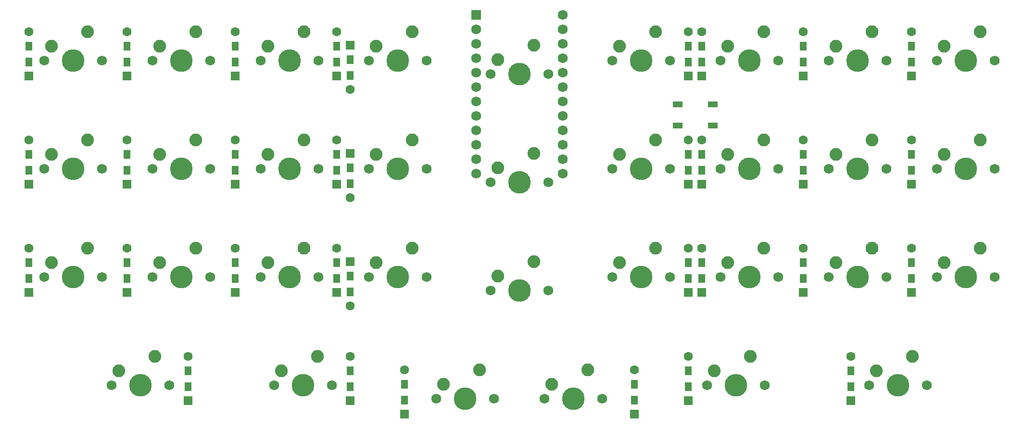
<source format=gbr>
%TF.GenerationSoftware,KiCad,Pcbnew,(5.1.9)-1*%
%TF.CreationDate,2021-08-24T15:28:57-07:00*%
%TF.ProjectId,DropDN - redesign2,44726f70-444e-4202-9d20-726564657369,rev?*%
%TF.SameCoordinates,Original*%
%TF.FileFunction,Soldermask,Bot*%
%TF.FilePolarity,Negative*%
%FSLAX46Y46*%
G04 Gerber Fmt 4.6, Leading zero omitted, Abs format (unit mm)*
G04 Created by KiCad (PCBNEW (5.1.9)-1) date 2021-08-24 15:28:57*
%MOMM*%
%LPD*%
G01*
G04 APERTURE LIST*
%ADD10C,1.752600*%
%ADD11R,1.752600X1.752600*%
%ADD12R,1.800000X1.100000*%
%ADD13C,2.250000*%
%ADD14C,3.987800*%
%ADD15C,1.750000*%
%ADD16R,1.600000X1.600000*%
%ADD17C,1.600000*%
%ADD18R,1.200000X1.600000*%
G04 APERTURE END LIST*
D10*
%TO.C,PM1*%
X119538750Y-24130000D03*
X104298750Y-52070000D03*
X119538750Y-26670000D03*
X119538750Y-29210000D03*
X119538750Y-31750000D03*
X119538750Y-34290000D03*
X119538750Y-36830000D03*
X119538750Y-39370000D03*
X119538750Y-41910000D03*
X119538750Y-44450000D03*
X119538750Y-46990000D03*
X119538750Y-49530000D03*
X119538750Y-52070000D03*
X104298750Y-49530000D03*
X104298750Y-46990000D03*
X104298750Y-44450000D03*
X104298750Y-41910000D03*
X104298750Y-39370000D03*
X104298750Y-36830000D03*
X104298750Y-34290000D03*
X104298750Y-31750000D03*
X104298750Y-29210000D03*
X104298750Y-26670000D03*
D11*
X104298750Y-24130000D03*
%TD*%
D12*
%TO.C,RESET1*%
X145975000Y-43521875D03*
X139775000Y-39821875D03*
X145975000Y-39821875D03*
X139775000Y-43521875D03*
%TD*%
D13*
%TO.C,MX33*%
X181133900Y-84216950D03*
D14*
X178593900Y-89296950D03*
D13*
X174783900Y-86756950D03*
D15*
X173513900Y-89296950D03*
X183673900Y-89296950D03*
%TD*%
D13*
%TO.C,MX32*%
X152558876Y-84216950D03*
D14*
X150018876Y-89296950D03*
D13*
X146208876Y-86756950D03*
D15*
X144938876Y-89296950D03*
X155098876Y-89296950D03*
%TD*%
D13*
%TO.C,MX31*%
X123983854Y-86598200D03*
D14*
X121443854Y-91678200D03*
D13*
X117633854Y-89138200D03*
D15*
X116363854Y-91678200D03*
X126523854Y-91678200D03*
%TD*%
D13*
%TO.C,MX30*%
X104933838Y-86598200D03*
D14*
X102393838Y-91678200D03*
D13*
X98583838Y-89138200D03*
D15*
X97313838Y-91678200D03*
X107473838Y-91678200D03*
%TD*%
D13*
%TO.C,MX29*%
X76358816Y-84216950D03*
D14*
X73818816Y-89296950D03*
D13*
X70008816Y-86756950D03*
D15*
X68738816Y-89296950D03*
X78898816Y-89296950D03*
%TD*%
D13*
%TO.C,MX28*%
X47783792Y-84216950D03*
D14*
X45243792Y-89296950D03*
D13*
X41433792Y-86756950D03*
D15*
X40163792Y-89296950D03*
X50323792Y-89296950D03*
%TD*%
D13*
%TO.C,MX27*%
X193040160Y-65166934D03*
D14*
X190500160Y-70246934D03*
D13*
X186690160Y-67706934D03*
D15*
X185420160Y-70246934D03*
X195580160Y-70246934D03*
%TD*%
D13*
%TO.C,MX26*%
X173990144Y-65166934D03*
D14*
X171450144Y-70246934D03*
D13*
X167640144Y-67706934D03*
D15*
X166370144Y-70246934D03*
X176530144Y-70246934D03*
%TD*%
D13*
%TO.C,MX25*%
X154940128Y-65166934D03*
D14*
X152400128Y-70246934D03*
D13*
X148590128Y-67706934D03*
D15*
X147320128Y-70246934D03*
X157480128Y-70246934D03*
%TD*%
D13*
%TO.C,MX24*%
X135890112Y-65166934D03*
D14*
X133350112Y-70246934D03*
D13*
X129540112Y-67706934D03*
D15*
X128270112Y-70246934D03*
X138430112Y-70246934D03*
%TD*%
D13*
%TO.C,MX23*%
X114458846Y-67548184D03*
D14*
X111918846Y-72628184D03*
D13*
X108108846Y-70088184D03*
D15*
X106838846Y-72628184D03*
X116998846Y-72628184D03*
%TD*%
D13*
%TO.C,MX22*%
X93027580Y-65166934D03*
D14*
X90487580Y-70246934D03*
D13*
X86677580Y-67706934D03*
D15*
X85407580Y-70246934D03*
X95567580Y-70246934D03*
%TD*%
D13*
%TO.C,MX21*%
X73977564Y-65166934D03*
D14*
X71437564Y-70246934D03*
D13*
X67627564Y-67706934D03*
D15*
X66357564Y-70246934D03*
X76517564Y-70246934D03*
%TD*%
D13*
%TO.C,MX20*%
X54927548Y-65166934D03*
D14*
X52387548Y-70246934D03*
D13*
X48577548Y-67706934D03*
D15*
X47307548Y-70246934D03*
X57467548Y-70246934D03*
%TD*%
D13*
%TO.C,MX19*%
X35877532Y-65166934D03*
D14*
X33337532Y-70246934D03*
D13*
X29527532Y-67706934D03*
D15*
X28257532Y-70246934D03*
X38417532Y-70246934D03*
%TD*%
D13*
%TO.C,MX18*%
X193040160Y-46116918D03*
D14*
X190500160Y-51196918D03*
D13*
X186690160Y-48656918D03*
D15*
X185420160Y-51196918D03*
X195580160Y-51196918D03*
%TD*%
D13*
%TO.C,MX17*%
X173990144Y-46116918D03*
D14*
X171450144Y-51196918D03*
D13*
X167640144Y-48656918D03*
D15*
X166370144Y-51196918D03*
X176530144Y-51196918D03*
%TD*%
D13*
%TO.C,MX16*%
X154940128Y-46116918D03*
D14*
X152400128Y-51196918D03*
D13*
X148590128Y-48656918D03*
D15*
X147320128Y-51196918D03*
X157480128Y-51196918D03*
%TD*%
D13*
%TO.C,MX15*%
X135890112Y-46116918D03*
D14*
X133350112Y-51196918D03*
D13*
X129540112Y-48656918D03*
D15*
X128270112Y-51196918D03*
X138430112Y-51196918D03*
%TD*%
D13*
%TO.C,MX14*%
X114458846Y-48498168D03*
D14*
X111918846Y-53578168D03*
D13*
X108108846Y-51038168D03*
D15*
X106838846Y-53578168D03*
X116998846Y-53578168D03*
%TD*%
D13*
%TO.C,MX13*%
X93027580Y-46116918D03*
D14*
X90487580Y-51196918D03*
D13*
X86677580Y-48656918D03*
D15*
X85407580Y-51196918D03*
X95567580Y-51196918D03*
%TD*%
D13*
%TO.C,MX12*%
X73977564Y-46116918D03*
D14*
X71437564Y-51196918D03*
D13*
X67627564Y-48656918D03*
D15*
X66357564Y-51196918D03*
X76517564Y-51196918D03*
%TD*%
D13*
%TO.C,MX11*%
X54927548Y-46116918D03*
D14*
X52387548Y-51196918D03*
D13*
X48577548Y-48656918D03*
D15*
X47307548Y-51196918D03*
X57467548Y-51196918D03*
%TD*%
D13*
%TO.C,MX10*%
X35877532Y-46116918D03*
D14*
X33337532Y-51196918D03*
D13*
X29527532Y-48656918D03*
D15*
X28257532Y-51196918D03*
X38417532Y-51196918D03*
%TD*%
D13*
%TO.C,MX9*%
X193040160Y-27066902D03*
D14*
X190500160Y-32146902D03*
D13*
X186690160Y-29606902D03*
D15*
X185420160Y-32146902D03*
X195580160Y-32146902D03*
%TD*%
D13*
%TO.C,MX8*%
X173990144Y-27066902D03*
D14*
X171450144Y-32146902D03*
D13*
X167640144Y-29606902D03*
D15*
X166370144Y-32146902D03*
X176530144Y-32146902D03*
%TD*%
D13*
%TO.C,MX7*%
X154940128Y-27066902D03*
D14*
X152400128Y-32146902D03*
D13*
X148590128Y-29606902D03*
D15*
X147320128Y-32146902D03*
X157480128Y-32146902D03*
%TD*%
D13*
%TO.C,MX6*%
X135890112Y-27066902D03*
D14*
X133350112Y-32146902D03*
D13*
X129540112Y-29606902D03*
D15*
X128270112Y-32146902D03*
X138430112Y-32146902D03*
%TD*%
D13*
%TO.C,MX5*%
X114458846Y-29448152D03*
D14*
X111918846Y-34528152D03*
D13*
X108108846Y-31988152D03*
D15*
X106838846Y-34528152D03*
X116998846Y-34528152D03*
%TD*%
D13*
%TO.C,MX4*%
X93027580Y-27066902D03*
D14*
X90487580Y-32146902D03*
D13*
X86677580Y-29606902D03*
D15*
X85407580Y-32146902D03*
X95567580Y-32146902D03*
%TD*%
D13*
%TO.C,MX3*%
X73977564Y-27066902D03*
D14*
X71437564Y-32146902D03*
D13*
X67627564Y-29606902D03*
D15*
X66357564Y-32146902D03*
X76517564Y-32146902D03*
%TD*%
D13*
%TO.C,MX2*%
X54927548Y-27066902D03*
D14*
X52387548Y-32146902D03*
D13*
X48577548Y-29606902D03*
D15*
X47307548Y-32146902D03*
X57467548Y-32146902D03*
%TD*%
D13*
%TO.C,MX1*%
X35877532Y-27066902D03*
D14*
X33337532Y-32146902D03*
D13*
X29527532Y-29606902D03*
D15*
X28257532Y-32146902D03*
X38417532Y-32146902D03*
%TD*%
D16*
%TO.C,D33*%
X170259518Y-92006324D03*
D17*
X170259518Y-84206324D03*
D18*
X170259518Y-89506324D03*
X170259518Y-86706324D03*
%TD*%
D16*
%TO.C,D32*%
X141684494Y-92006324D03*
D17*
X141684494Y-84206324D03*
D18*
X141684494Y-89506324D03*
X141684494Y-86706324D03*
%TD*%
D16*
%TO.C,D31*%
X132159375Y-94387500D03*
D17*
X132159375Y-86587500D03*
D18*
X132159375Y-91887500D03*
X132159375Y-89087500D03*
%TD*%
D16*
%TO.C,D30*%
X91678206Y-94387500D03*
D17*
X91678206Y-86587500D03*
D18*
X91678206Y-91887500D03*
X91678206Y-89087500D03*
%TD*%
D16*
%TO.C,D29*%
X82153125Y-92006250D03*
D17*
X82153125Y-84206250D03*
D18*
X82153125Y-89506250D03*
X82153125Y-86706250D03*
%TD*%
D16*
%TO.C,D28*%
X53578125Y-92006250D03*
D17*
X53578125Y-84206250D03*
D18*
X53578125Y-89506250D03*
X53578125Y-86706250D03*
%TD*%
D16*
%TO.C,D27*%
X180975000Y-72956250D03*
D17*
X180975000Y-65156250D03*
D18*
X180975000Y-70456250D03*
X180975000Y-67656250D03*
%TD*%
D16*
%TO.C,D26*%
X161925000Y-72956308D03*
D17*
X161925000Y-65156308D03*
D18*
X161925000Y-70456308D03*
X161925000Y-67656308D03*
%TD*%
D16*
%TO.C,D25*%
X144065625Y-72956250D03*
D17*
X144065625Y-65156250D03*
D18*
X144065625Y-70456250D03*
X144065625Y-67656250D03*
%TD*%
D16*
%TO.C,D24*%
X141684375Y-72956250D03*
D17*
X141684375Y-65156250D03*
D18*
X141684375Y-70456250D03*
X141684375Y-67656250D03*
%TD*%
D16*
%TO.C,D23*%
X82153125Y-67537500D03*
D17*
X82153125Y-75337500D03*
D18*
X82153125Y-70037500D03*
X82153125Y-72837500D03*
%TD*%
D16*
%TO.C,D22*%
X79771875Y-72956250D03*
D17*
X79771875Y-65156250D03*
D18*
X79771875Y-70456250D03*
X79771875Y-67656250D03*
%TD*%
D16*
%TO.C,D21*%
X61912556Y-72956308D03*
D17*
X61912556Y-65156308D03*
D18*
X61912556Y-70456308D03*
X61912556Y-67656308D03*
%TD*%
D16*
%TO.C,D20*%
X42862540Y-72956308D03*
D17*
X42862540Y-65156308D03*
D18*
X42862540Y-70456308D03*
X42862540Y-67656308D03*
%TD*%
D16*
%TO.C,D19*%
X25598463Y-72956308D03*
D17*
X25598463Y-65156308D03*
D18*
X25598463Y-70456308D03*
X25598463Y-67656308D03*
%TD*%
D16*
%TO.C,D18*%
X180975000Y-53906250D03*
D17*
X180975000Y-46106250D03*
D18*
X180975000Y-51406250D03*
X180975000Y-48606250D03*
%TD*%
D16*
%TO.C,D17*%
X161925000Y-53906250D03*
D17*
X161925000Y-46106250D03*
D18*
X161925000Y-51406250D03*
X161925000Y-48606250D03*
%TD*%
D16*
%TO.C,D16*%
X144065625Y-53906250D03*
D17*
X144065625Y-46106250D03*
D18*
X144065625Y-51406250D03*
X144065625Y-48606250D03*
%TD*%
D16*
%TO.C,D15*%
X141684375Y-53906250D03*
D17*
X141684375Y-46106250D03*
D18*
X141684375Y-51406250D03*
X141684375Y-48606250D03*
%TD*%
D16*
%TO.C,D14*%
X82153125Y-48487500D03*
D17*
X82153125Y-56287500D03*
D18*
X82153125Y-50987500D03*
X82153125Y-53787500D03*
%TD*%
D16*
%TO.C,D13*%
X79771875Y-53906250D03*
D17*
X79771875Y-46106250D03*
D18*
X79771875Y-51406250D03*
X79771875Y-48606250D03*
%TD*%
D16*
%TO.C,D12*%
X61912556Y-53906292D03*
D17*
X61912556Y-46106292D03*
D18*
X61912556Y-51406292D03*
X61912556Y-48606292D03*
%TD*%
D16*
%TO.C,D11*%
X42862540Y-53906292D03*
D17*
X42862540Y-46106292D03*
D18*
X42862540Y-51406292D03*
X42862540Y-48606292D03*
%TD*%
D16*
%TO.C,D10*%
X25598463Y-53906292D03*
D17*
X25598463Y-46106292D03*
D18*
X25598463Y-51406292D03*
X25598463Y-48606292D03*
%TD*%
D16*
%TO.C,D9*%
X180975000Y-34856250D03*
D17*
X180975000Y-27056250D03*
D18*
X180975000Y-32356250D03*
X180975000Y-29556250D03*
%TD*%
D16*
%TO.C,D8*%
X161925000Y-34856276D03*
D17*
X161925000Y-27056276D03*
D18*
X161925000Y-32356276D03*
X161925000Y-29556276D03*
%TD*%
D16*
%TO.C,D7*%
X144065625Y-34856276D03*
D17*
X144065625Y-27056276D03*
D18*
X144065625Y-32356276D03*
X144065625Y-29556276D03*
%TD*%
D16*
%TO.C,D6*%
X141684375Y-34856250D03*
D17*
X141684375Y-27056250D03*
D18*
X141684375Y-32356250D03*
X141684375Y-29556250D03*
%TD*%
D16*
%TO.C,D5*%
X82153125Y-29437500D03*
D17*
X82153125Y-37237500D03*
D18*
X82153125Y-31937500D03*
X82153125Y-34737500D03*
%TD*%
D16*
%TO.C,D4*%
X79771875Y-34856250D03*
D17*
X79771875Y-27056250D03*
D18*
X79771875Y-32356250D03*
X79771875Y-29556250D03*
%TD*%
D16*
%TO.C,D3*%
X61912556Y-34856276D03*
D17*
X61912556Y-27056276D03*
D18*
X61912556Y-32356276D03*
X61912556Y-29556276D03*
%TD*%
D16*
%TO.C,D2*%
X42862540Y-34856276D03*
D17*
X42862540Y-27056276D03*
D18*
X42862540Y-32356276D03*
X42862540Y-29556276D03*
%TD*%
D16*
%TO.C,D1*%
X25598463Y-34856276D03*
D17*
X25598463Y-27056276D03*
D18*
X25598463Y-32356276D03*
X25598463Y-29556276D03*
%TD*%
M02*

</source>
